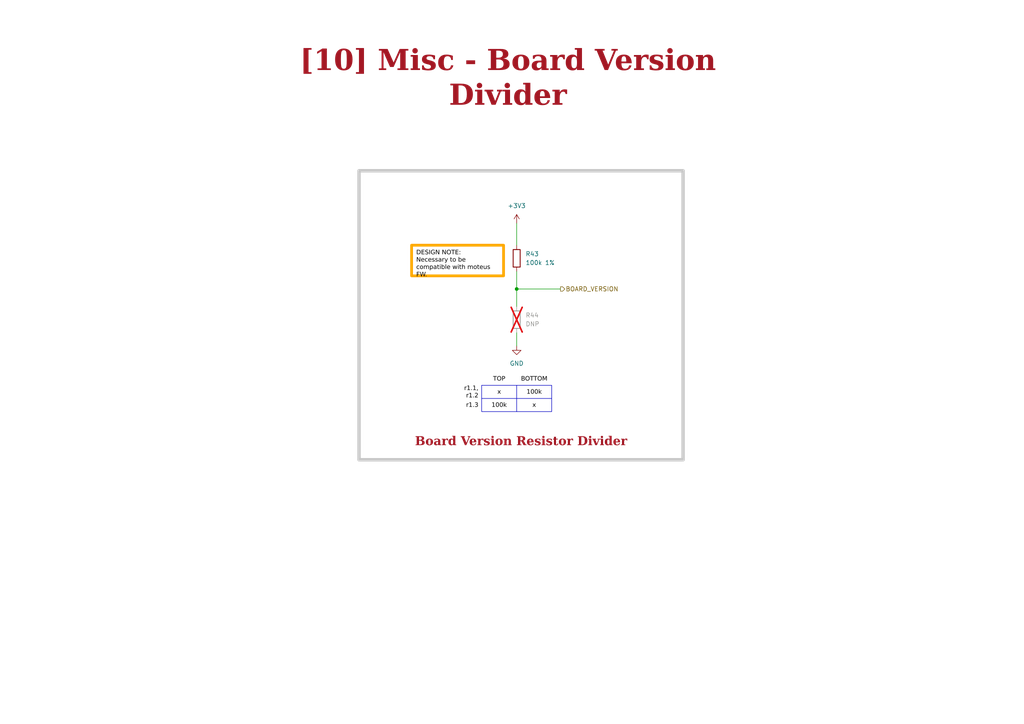
<source format=kicad_sch>
(kicad_sch (version 20230121) (generator eeschema)
  (paper "A4")
  (title_block (title "Board Version Resistor Divider") (date "2023-10-14") (rev "1.0") (company "EPFL Xplore") (comment 3 "Author: Vincent Nguyen"))
  (lib_symbols
    (symbol "Device:R" (pin_numbers hide) (pin_names (offset 0))
      (property "Reference" "R" (at 2.032 0 90))
      (property "Value" "R" (at 0 0 90))
      (symbol "R_0_1"
        (rectangle (start -1.016 -2.54) (end 1.016 2.54) (stroke (width 0.254)))
      )
      (symbol "R_1_1"
        (pin passive line (at 0 3.81 270) (length 1.27) (name "~") (number "1"))
        (pin passive line (at 0 -3.81 90) (length 1.27) (name "~") (number "2"))
      )
    )
    (symbol "power:+3V3" (power) (pin_names (offset 0))
      (property "Value" "+3V3" (at 0 3.556 0))
      (symbol "+3V3_0_1"
        (polyline (pts (xy -0.762 1.27) (xy 0 2.54)))
        (polyline (pts (xy 0 0) (xy 0 2.54)))
        (polyline (pts (xy 0 2.54) (xy 0.762 1.27)))
      )
      (symbol "+3V3_1_1"
        (pin power_in line (at 0 0 90) (length 0) hide (name "+3V3") (number "1"))
      )
    )
    (symbol "power:GND" (power) (pin_names (offset 0))
      (property "Value" "GND" (at 0 -3.81 0))
      (symbol "GND_0_1"
        (polyline (pts (xy 0 0) (xy 0 -1.27) (xy 1.27 -1.27) (xy 0 -2.54) (xy -1.27 -1.27) (xy 0 -1.27)))
      )
      (symbol "GND_1_1"
        (pin power_in line (at 0 0 270) (length 0) hide (name "GND") (number "1"))
      )
    )
  )
  (junction (at 149.86 83.82))
  (wire (pts (xy 149.86 83.82) (xy 149.86 78.74)))
  (polyline (pts (xy 149.86 111.76) (xy 149.86 119.38)))
  (wire (pts (xy 149.86 83.82) (xy 149.86 88.9)))
  (wire (pts (xy 162.56 83.82) (xy 149.86 83.82)))
  (wire (pts (xy 149.86 64.77) (xy 149.86 71.12)))
  (polyline (pts (xy 139.7 115.57) (xy 160.02 115.57)))
  (wire (pts (xy 149.86 100.33) (xy 149.86 96.52)))
  (rectangle (start 104.14 49.53) (end 198.12 133.35) (stroke (width 1) (color 200 200 200 1)))
  (rectangle (start 139.7 111.76) (end 160.02 119.38))
  (text_box "100k" (at 149.86 111.76 0) (size 10.16 3.81) (stroke (width -0.0001)) (effects (font (size 1.27 1.27))))
  (text_box "DESIGN NOTE:\nNecessary to be compatible with moteus FW." (at 119.38 71.12 0) (size 26.67 8.89) (stroke (width 0.8) (color 255 165 0 1)) (effects (font (size 1.27 1.27)) (justify left top)))
  (text_box "BOTTOM" (at 149.86 107.95 0) (size 10.16 3.81) (stroke (width -0.0001)) (effects (font (size 1.27 1.27))))
  (text_box "x" (at 139.7 111.76 0) (size 10.16 3.81) (stroke (width -0.0001)) (effects (font (size 1.27 1.27))))
  (text_box "[10] Misc - Board Version Divider" (at 78.74 16.51 0) (size 137.16 12.7) (stroke (width -0.0001)) (effects (font (size 6 6) (thickness 1.2) bold)))
  (text_box "r1.3" (at 129.54 115.57 0) (size 10.16 3.81) (stroke (width -0.0001)) (effects (font (size 1.27 1.27)) (justify right)))
  (text_box "100k" (at 139.7 115.57 0) (size 10.16 3.81) (stroke (width -0.0001)) (effects (font (size 1.27 1.27))))
  (text_box "TOP" (at 139.7 107.95 0) (size 10.16 3.81) (stroke (width -0.0001)) (effects (font (size 1.27 1.27))))
  (text_box "x" (at 149.86 115.57 0) (size 10.16 3.81) (stroke (width -0.0001)) (effects (font (size 1.27 1.27))))
  (text_box "Board Version Resistor Divider" (at 105.41 121.92 0) (size 91.44 9.525) (stroke (width -0.0001)) (effects (font (size 2.54 2.54) (thickness 0.508) bold) (justify bottom)))
  (text_box "r1.1, r1.2" (at 129.54 111.76 0) (size 10.16 3.81) (stroke (width -0.0001)) (effects (font (size 1.27 1.27)) (justify right)))
  (hierarchical_label "BOARD_VERSION" (shape output) (at 162.56 83.82 0))
  (symbol (lib_id "Device:R") (at 149.86 92.71 0) (unit 1) (in_bom no) (dnp yes)
    (property "Reference" "R44" (at 152.4 91.44 0) (effects (justify left)))
    (property "Value" "DNP" (at 152.4 93.98 0) (effects (justify left)))
    (property "Footprint" "0_resistor_smd:R_0402_1005_DensityHigh" (effects hide))
  )
  (symbol (lib_id "power:+3V3") (at 149.86 64.77 0) (unit 1)
    (property "Reference" "#PWR059" (effects hide))
    (property "Value" "+3V3" (at 149.86 59.69 0))
  )
  (symbol (lib_id "power:GND") (at 149.86 100.33 0) (unit 1)
    (property "Reference" "#PWR060" (effects hide))
    (property "Value" "GND" (at 149.86 105.41 0))
  )
  (symbol (lib_id "Device:R") (at 149.86 74.93 0) (unit 1)
    (property "Reference" "R43" (at 152.4 73.66 0) (effects (justify left)))
    (property "Value" "100k 1%" (at 152.4 76.2 0) (effects (justify left)))
    (property "Footprint" "0_resistor_smd:R_0402_1005_DensityHigh" (effects hide))
  )
)
</source>
